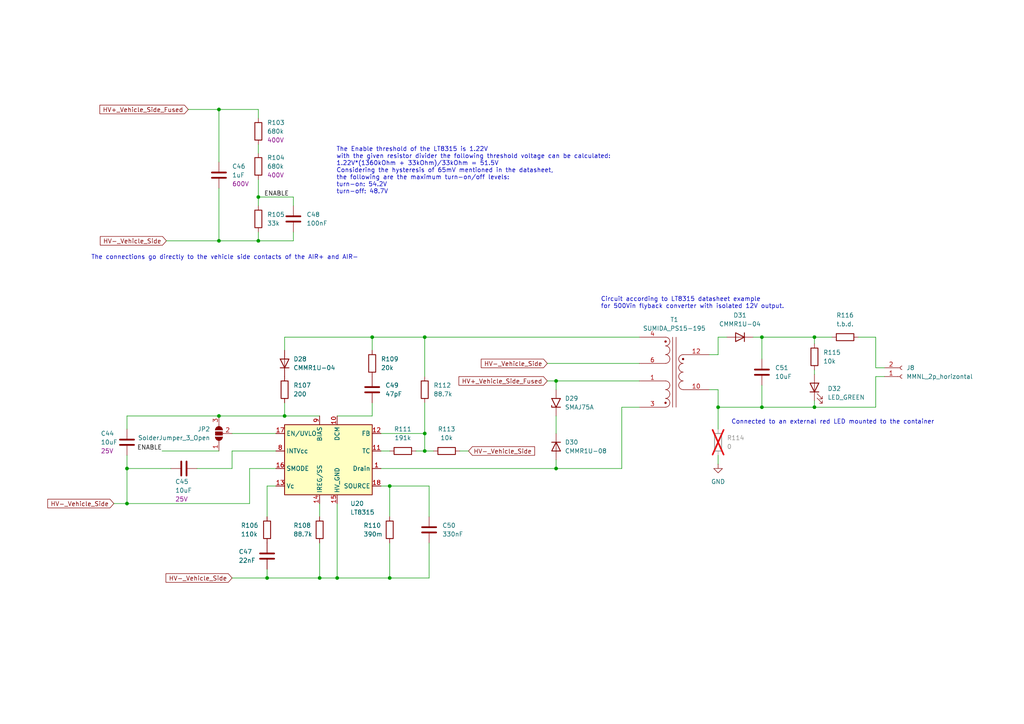
<source format=kicad_sch>
(kicad_sch (version 20231120) (generator "eeschema") (generator_version "8.0")
  (paper "A4")
  (lib_symbols
    (symbol "Device:C" (pin_numbers hide) (pin_names (offset 0.254))
      (property "Reference" "C" (at 0.635 2.54 0))
      (property "Value" "C" (at 0.635 -2.54 0))
      (symbol "C_0_1"
        (polyline (pts (xy -2.032 -0.762) (xy 2.032 -0.762)) (stroke (width 0.508)))
        (polyline (pts (xy -2.032 0.762) (xy 2.032 0.762)) (stroke (width 0.508)))
      )
      (symbol "C_1_1"
        (pin passive line (at 0 3.81 270) (length 2.794) (name "~") (number "1"))
        (pin passive line (at 0 -3.81 90) (length 2.794) (name "~") (number "2"))
      )
    )
    (symbol "Device:LED" (pin_numbers hide) (pin_names (offset 1.016) hide)
      (property "Reference" "D" (at 0 2.54 0))
      (property "Value" "LED" (at 0 -2.54 0))
      (symbol "LED_0_1"
        (polyline (pts (xy -1.27 -1.27) (xy -1.27 1.27)) (stroke (width 0.254)))
        (polyline (pts (xy -1.27 0) (xy 1.27 0)))
        (polyline (pts (xy 1.27 -1.27) (xy 1.27 1.27) (xy -1.27 0) (xy 1.27 -1.27)) (stroke (width 0.254)))
        (polyline (pts (xy -3.048 -0.762) (xy -4.572 -2.286) (xy -3.81 -2.286) (xy -4.572 -2.286) (xy -4.572 -1.524)))
        (polyline (pts (xy -1.778 -0.762) (xy -3.302 -2.286) (xy -2.54 -2.286) (xy -3.302 -2.286) (xy -3.302 -1.524)))
      )
      (symbol "LED_1_1"
        (pin passive line (at -3.81 0 0) (length 2.54) (name "K") (number "1"))
        (pin passive line (at 3.81 0 180) (length 2.54) (name "A") (number "2"))
      )
    )
    (symbol "Device:R" (pin_numbers hide) (pin_names (offset 0))
      (property "Reference" "R" (at 2.032 0 90))
      (property "Value" "R" (at 0 0 90))
      (symbol "R_0_1"
        (rectangle (start -1.016 -2.54) (end 1.016 2.54) (stroke (width 0.254)))
      )
      (symbol "R_1_1"
        (pin passive line (at 0 3.81 270) (length 1.27) (name "~") (number "1"))
        (pin passive line (at 0 -3.81 90) (length 1.27) (name "~") (number "2"))
      )
    )
    (symbol "FaSTTUBe_connectors:MMNL_2p_horizontal" (pin_names (offset 1.016) hide)
      (property "Reference" "J" (at 0 2.54 0))
      (property "Value" "MMNL_2p_horizontal" (at 0 -5.08 0))
      (symbol "MMNL_2p_horizontal_1_1"
        (arc (start 0 -2.032) (mid -0.5058 -2.54) (end 0 -3.048) (stroke (width 0.1524)))
        (polyline (pts (xy -1.27 -2.54) (xy -0.508 -2.54)) (stroke (width 0.1524)))
        (polyline (pts (xy -1.27 0) (xy -0.508 0)) (stroke (width 0.1524)))
        (arc (start 0 0.508) (mid -0.5058 0) (end 0 -0.508) (stroke (width 0.1524)))
        (pin passive line (at -5.08 0 0) (length 3.81) (name "Pin_1") (number "1"))
        (pin passive line (at -5.08 -2.54 0) (length 3.81) (name "Pin_2") (number "2"))
      )
    )
    (symbol "HV_Indicator:CMMR1U-04" (pin_numbers hide) (pin_names (offset 1.016) hide)
      (property "Reference" "D" (at 0 2.54 0))
      (property "Value" "CMMR1U-04" (at 0 -2.54 0))
      (symbol "CMMR1U-04_0_1"
        (polyline (pts (xy -1.27 1.27) (xy -1.27 -1.27)) (stroke (width 0.254)))
        (polyline (pts (xy 1.27 0) (xy -1.27 0)))
        (polyline (pts (xy 1.27 1.27) (xy 1.27 -1.27) (xy -1.27 0) (xy 1.27 1.27)) (stroke (width 0.254)))
      )
      (symbol "CMMR1U-04_1_1"
        (pin passive line (at -3.81 0 0) (length 2.54) (name "K") (number "1"))
        (pin passive line (at 3.81 0 180) (length 2.54) (name "A") (number "2"))
      )
    )
    (symbol "HV_Indicator:CMMR1U-08" (pin_numbers hide) (pin_names (offset 1.016) hide)
      (property "Reference" "D" (at 0 2.54 0))
      (property "Value" "CMMR1U-08" (at 0 -2.54 0))
      (symbol "CMMR1U-08_0_1"
        (polyline (pts (xy -1.27 1.27) (xy -1.27 -1.27)) (stroke (width 0.254)))
        (polyline (pts (xy 1.27 0) (xy -1.27 0)))
        (polyline (pts (xy 1.27 1.27) (xy 1.27 -1.27) (xy -1.27 0) (xy 1.27 1.27)) (stroke (width 0.254)))
      )
      (symbol "CMMR1U-08_1_1"
        (pin passive line (at -3.81 0 0) (length 2.54) (name "K") (number "1"))
        (pin passive line (at 3.81 0 180) (length 2.54) (name "A") (number "2"))
      )
    )
    (symbol "HV_Indicator:LT8315"
      (property "Reference" "U901" (at 6.35 -12.7 0))
      (property "Value" "LT8315" (at 6.35 -15.24 0))
      (symbol "LT8315_0_1"
        (rectangle (start -12.7 10.16) (end 12.7 -10.16) (stroke (width 0.254)) (fill (type background)))
      )
      (symbol "LT8315_1_1"
        (pin open_collector line (at 15.24 -2.54 180) (length 2.54) (name "Drain") (number "1"))
        (pin passive line (at 2.54 12.7 270) (length 2.54) (name "DCM") (number "10"))
        (pin input line (at 15.24 2.54 180) (length 2.54) (name "TC") (number "11"))
        (pin input line (at 15.24 7.62 180) (length 2.54) (name "FB") (number "12"))
        (pin input line (at -15.24 -7.62 0) (length 2.54) (name "Vc") (number "13"))
        (pin input line (at -2.54 -12.7 90) (length 2.54) (name "IREG/SS") (number "14"))
        (pin power_in line (at 2.54 -12.7 90) (length 2.54) (name "HV_GND") (number "15"))
        (pin input line (at -15.24 -2.54 0) (length 2.54) (name "SMODE") (number "16"))
        (pin input line (at -15.24 7.62 0) (length 2.54) (name "EN/UVLO") (number "17"))
        (pin passive line (at 15.24 -7.62 180) (length 2.54) (name "SOURCE") (number "18"))
        (pin no_connect line (at -7.62 -12.7 90) (length 2.54) hide (name "N.C.") (number "19"))
        (pin open_collector line (at 15.24 -2.54 180) (length 2.54) hide (name "Drain") (number "2"))
        (pin power_in line (at 2.54 -12.7 90) (length 2.54) hide (name "HV_GND") (number "20"))
        (pin power_in line (at 2.54 -12.7 90) (length 2.54) hide (name "HV_GND") (number "21"))
        (pin open_collector line (at 15.24 -2.54 180) (length 2.54) hide (name "Drain") (number "3"))
        (pin passive line (at -15.24 2.54 0) (length 2.54) (name "INTVcc") (number "8"))
        (pin passive line (at -2.54 12.7 270) (length 2.54) (name "BIAS") (number "9"))
      )
    )
    (symbol "HV_Indicator:SMAJ75A" (pin_numbers hide) (pin_names (offset 1.016) hide)
      (property "Reference" "D" (at 0 2.54 0))
      (property "Value" "SMAJ75A" (at 0 -2.54 0))
      (symbol "SMAJ75A_0_1"
        (polyline (pts (xy -0.762 1.27) (xy -1.27 1.27) (xy -1.27 -1.27)) (stroke (width 0.254)))
        (polyline (pts (xy 1.27 1.27) (xy 1.27 -1.27) (xy -1.27 0) (xy 1.27 1.27)) (stroke (width 0.254)))
      )
      (symbol "SMAJ75A_1_1"
        (pin passive line (at -3.81 0 0) (length 2.54) (name "A1") (number "1"))
        (pin passive line (at 3.81 0 180) (length 2.54) (name "A2") (number "2"))
      )
    )
    (symbol "HV_Indicator:SUMIDA_PS15-195" (pin_names (offset 1.016) hide)
      (property "Reference" "T" (at 0 12.7 0))
      (property "Value" "SUMIDA_PS15-195" (at 0 -12.7 0))
      (symbol "SUMIDA_PS15-195_0_1"
        (arc (start -2.54 -10.1346) (mid -1.6599 -9.7701) (end -1.2954 -8.89))
        (circle (center -2.54 -8.89) (radius 0.254) (fill (type outline)))
        (arc (start -2.54 -7.5946) (mid -1.6599 -7.2301) (end -1.2954 -6.35))
        (arc (start -2.54 -5.0546) (mid -1.6599 -4.6901) (end -1.2954 -3.81))
        (arc (start -2.54 2.5654) (mid -1.6599 2.9299) (end -1.2954 3.81))
        (arc (start -2.54 5.1054) (mid -1.6599 5.4699) (end -1.2954 6.35))
        (arc (start -2.54 7.6454) (mid -1.6599 8.0099) (end -1.2954 8.89))
        (circle (center -2.54 8.89) (radius 0.254) (fill (type outline)))
        (arc (start -1.2954 -8.89) (mid -1.6457 -7.9883) (end -2.54 -7.62))
        (arc (start -1.2954 -6.35) (mid -1.6457 -5.4483) (end -2.54 -5.08))
        (arc (start -1.2954 -3.81) (mid -1.6457 -2.9083) (end -2.54 -2.54))
        (arc (start -1.2954 3.81) (mid -1.6457 4.7117) (end -2.54 5.08))
        (arc (start -1.2954 6.35) (mid -1.6457 7.2517) (end -2.54 7.62))
        (arc (start -1.2954 8.89) (mid -1.6457 9.7917) (end -2.54 10.16))
        (polyline (pts (xy -0.508 10.16) (xy -0.508 -10.16)))
        (polyline (pts (xy 0.508 -10.16) (xy 0.508 10.16)))
        (arc (start 1.27 -3.81) (mid 1.656 -4.6864) (end 2.54 -5.0546))
        (arc (start 1.27 -1.27) (mid 1.656 -2.1464) (end 2.54 -2.5146))
        (arc (start 1.27 1.27) (mid 1.656 0.3936) (end 2.54 0.0254))
        (arc (start 1.27 3.81) (mid 1.656 2.9336) (end 2.54 2.5654))
        (arc (start 2.54 -2.54) (mid 1.642 -2.912) (end 1.27 -3.81))
        (arc (start 2.54 0) (mid 1.642 -0.372) (end 1.27 -1.27))
        (arc (start 2.54 2.54) (mid 1.642 2.168) (end 1.27 1.27))
        (circle (center 2.54 3.81) (radius 0.254) (fill (type outline)))
        (arc (start 2.54 5.08) (mid 1.642 4.708) (end 1.27 3.81))
      )
      (symbol "SUMIDA_PS15-195_1_1"
        (pin passive line (at -10.16 -2.54 0) (length 7.62) (name "SC") (number "1"))
        (pin passive line (at 10.16 -5.08 180) (length 7.62) (name "AB") (number "10"))
        (pin passive line (at 10.16 5.08 180) (length 7.62) (name "AA") (number "12"))
        (pin passive line (at -10.16 -10.16 0) (length 7.62) (name "SD") (number "3"))
        (pin passive line (at -10.16 10.16 0) (length 7.62) (name "~") (number "4"))
        (pin passive line (at -10.16 2.54 0) (length 7.62) (name "~") (number "6"))
      )
    )
    (symbol "Jumper:SolderJumper_3_Open" (pin_names (offset 0) hide)
      (property "Reference" "JP" (at -2.54 -2.54 0))
      (property "Value" "SolderJumper_3_Open" (at 0 2.794 0))
      (symbol "SolderJumper_3_Open_0_1"
        (arc (start -1.016 1.016) (mid -2.0276 0) (end -1.016 -1.016))
        (arc (start -1.016 1.016) (mid -2.0276 0) (end -1.016 -1.016) (fill (type outline)))
        (rectangle (start -0.508 1.016) (end 0.508 -1.016) (fill (type outline)))
        (polyline (pts (xy -2.54 0) (xy -2.032 0)))
        (polyline (pts (xy -1.016 1.016) (xy -1.016 -1.016)))
        (polyline (pts (xy 0 -1.27) (xy 0 -1.016)))
        (polyline (pts (xy 1.016 1.016) (xy 1.016 -1.016)))
        (polyline (pts (xy 2.54 0) (xy 2.032 0)))
        (arc (start 1.016 -1.016) (mid 2.0276 0) (end 1.016 1.016))
        (arc (start 1.016 -1.016) (mid 2.0276 0) (end 1.016 1.016) (fill (type outline)))
      )
      (symbol "SolderJumper_3_Open_1_1"
        (pin passive line (at -5.08 0 0) (length 2.54) (name "A") (number "1"))
        (pin passive line (at 0 -3.81 90) (length 2.54) (name "C") (number "2"))
        (pin passive line (at 5.08 0 180) (length 2.54) (name "B") (number "3"))
      )
    )
    (symbol "power:GND" (power) (pin_numbers hide) (pin_names (offset 0) hide)
      (property "Value" "GND" (at 0 -3.81 0))
      (symbol "GND_0_1"
        (polyline (pts (xy 0 0) (xy 0 -1.27) (xy 1.27 -1.27) (xy 0 -2.54) (xy -1.27 -1.27) (xy 0 -1.27)))
      )
      (symbol "GND_1_1"
        (pin power_in line (at 0 0 270) (length 0) (name "~") (number "1"))
      )
    )
  )
  (junction (at 161.29 135.89))
  (junction (at 74.93 57.15))
  (junction (at 220.98 118.11))
  (junction (at 113.03 140.97))
  (junction (at 82.55 120.65))
  (junction (at 36.83 146.05))
  (junction (at 97.79 167.64))
  (junction (at 63.5 120.65))
  (junction (at 36.83 135.89))
  (junction (at 123.19 130.81))
  (junction (at 92.71 167.64))
  (junction (at 236.22 97.79))
  (junction (at 220.98 97.79))
  (junction (at 113.03 167.64))
  (junction (at 63.5 31.75))
  (junction (at 123.19 97.79))
  (junction (at 161.29 110.49))
  (junction (at 236.22 118.11))
  (junction (at 77.47 167.64))
  (junction (at 74.93 69.85))
  (junction (at 63.5 69.85))
  (junction (at 107.95 97.79))
  (junction (at 208.28 118.11))
  (junction (at 123.19 125.73))
  (wire (pts (xy 123.19 125.73) (xy 110.49 125.73)))
  (wire (pts (xy 256.54 109.22) (xy 254 109.22)))
  (wire (pts (xy 74.93 69.85) (xy 63.5 69.85)))
  (wire (pts (xy 123.19 109.22) (xy 123.19 97.79)))
  (wire (pts (xy 254 97.79) (xy 248.92 97.79)))
  (wire (pts (xy 72.39 135.89) (xy 80.01 135.89)))
  (wire (pts (xy 82.55 97.79) (xy 107.95 97.79)))
  (wire (pts (xy 77.47 149.86) (xy 77.47 140.97)))
  (wire (pts (xy 63.5 54.61) (xy 63.5 69.85)))
  (wire (pts (xy 254 106.68) (xy 254 97.79)))
  (wire (pts (xy 254 109.22) (xy 254 118.11)))
  (wire (pts (xy 72.39 135.89) (xy 72.39 146.05)))
  (wire (pts (xy 77.47 167.64) (xy 77.47 165.1)))
  (wire (pts (xy 36.83 146.05) (xy 72.39 146.05)))
  (wire (pts (xy 123.19 130.81) (xy 123.19 125.73)))
  (wire (pts (xy 220.98 97.79) (xy 236.22 97.79)))
  (wire (pts (xy 63.5 120.65) (xy 82.55 120.65)))
  (wire (pts (xy 123.19 130.81) (xy 125.73 130.81)))
  (wire (pts (xy 180.34 118.11) (xy 180.34 135.89)))
  (wire (pts (xy 113.03 157.48) (xy 113.03 167.64)))
  (wire (pts (xy 92.71 167.64) (xy 97.79 167.64)))
  (wire (pts (xy 236.22 116.205) (xy 236.22 118.11)))
  (wire (pts (xy 205.74 102.87) (xy 208.28 102.87)))
  (wire (pts (xy 36.83 135.89) (xy 49.53 135.89)))
  (wire (pts (xy 158.75 105.41) (xy 185.42 105.41)))
  (wire (pts (xy 74.93 34.29) (xy 74.93 31.75)))
  (wire (pts (xy 161.29 133.35) (xy 161.29 135.89)))
  (wire (pts (xy 208.28 102.87) (xy 208.28 97.79)))
  (wire (pts (xy 161.29 110.49) (xy 161.29 113.03)))
  (wire (pts (xy 208.28 132.08) (xy 208.28 134.62)))
  (wire (pts (xy 124.46 167.64) (xy 113.03 167.64)))
  (wire (pts (xy 180.34 135.89) (xy 161.29 135.89)))
  (wire (pts (xy 236.22 97.79) (xy 236.22 99.695)))
  (wire (pts (xy 92.71 167.64) (xy 77.47 167.64)))
  (wire (pts (xy 123.19 97.79) (xy 107.95 97.79)))
  (wire (pts (xy 33.02 146.05) (xy 36.83 146.05)))
  (wire (pts (xy 46.99 130.81) (xy 63.5 130.81)))
  (wire (pts (xy 36.83 120.65) (xy 36.83 124.46)))
  (wire (pts (xy 110.49 130.81) (xy 113.03 130.81)))
  (wire (pts (xy 220.98 111.76) (xy 220.98 118.11)))
  (wire (pts (xy 82.55 97.79) (xy 82.55 101.6)))
  (wire (pts (xy 110.49 135.89) (xy 161.29 135.89)))
  (wire (pts (xy 74.93 57.15) (xy 74.93 59.69)))
  (wire (pts (xy 208.28 118.11) (xy 208.28 124.46)))
  (wire (pts (xy 236.22 107.315) (xy 236.22 108.585)))
  (wire (pts (xy 158.75 110.49) (xy 161.29 110.49)))
  (wire (pts (xy 208.28 113.03) (xy 208.28 118.11)))
  (wire (pts (xy 185.42 110.49) (xy 161.29 110.49)))
  (wire (pts (xy 36.83 120.65) (xy 63.5 120.65)))
  (wire (pts (xy 113.03 140.97) (xy 113.03 149.86)))
  (wire (pts (xy 85.09 67.31) (xy 85.09 69.85)))
  (wire (pts (xy 97.79 120.65) (xy 107.95 120.65)))
  (wire (pts (xy 63.5 31.75) (xy 63.5 46.99)))
  (wire (pts (xy 107.95 97.79) (xy 107.95 101.6)))
  (wire (pts (xy 97.79 167.64) (xy 113.03 167.64)))
  (wire (pts (xy 236.22 97.79) (xy 241.3 97.79)))
  (wire (pts (xy 74.93 67.31) (xy 74.93 69.85)))
  (wire (pts (xy 36.83 135.89) (xy 36.83 146.05)))
  (wire (pts (xy 74.93 52.07) (xy 74.93 57.15)))
  (wire (pts (xy 256.54 106.68) (xy 254 106.68)))
  (wire (pts (xy 67.31 130.81) (xy 80.01 130.81)))
  (wire (pts (xy 82.55 120.65) (xy 92.71 120.65)))
  (wire (pts (xy 123.19 97.79) (xy 185.42 97.79)))
  (wire (pts (xy 74.93 31.75) (xy 63.5 31.75)))
  (wire (pts (xy 97.79 146.05) (xy 97.79 167.64)))
  (wire (pts (xy 220.98 97.79) (xy 218.44 97.79)))
  (wire (pts (xy 74.93 41.91) (xy 74.93 44.45)))
  (wire (pts (xy 208.28 97.79) (xy 210.82 97.79)))
  (wire (pts (xy 220.98 97.79) (xy 220.98 104.14)))
  (wire (pts (xy 67.31 125.73) (xy 80.01 125.73)))
  (wire (pts (xy 57.15 135.89) (xy 67.31 135.89)))
  (wire (pts (xy 120.65 130.81) (xy 123.19 130.81)))
  (wire (pts (xy 74.93 57.15) (xy 85.09 57.15)))
  (wire (pts (xy 67.31 167.64) (xy 77.47 167.64)))
  (wire (pts (xy 54.61 31.75) (xy 63.5 31.75)))
  (wire (pts (xy 124.46 157.48) (xy 124.46 167.64)))
  (wire (pts (xy 110.49 140.97) (xy 113.03 140.97)))
  (wire (pts (xy 236.22 118.11) (xy 220.98 118.11)))
  (wire (pts (xy 133.35 130.81) (xy 135.89 130.81)))
  (wire (pts (xy 48.26 69.85) (xy 63.5 69.85)))
  (wire (pts (xy 82.55 116.84) (xy 82.55 120.65)))
  (wire (pts (xy 107.95 116.84) (xy 107.95 120.65)))
  (wire (pts (xy 124.46 149.86) (xy 124.46 140.97)))
  (wire (pts (xy 208.28 113.03) (xy 205.74 113.03)))
  (wire (pts (xy 85.09 59.69) (xy 85.09 57.15)))
  (wire (pts (xy 92.71 146.05) (xy 92.71 149.86)))
  (wire (pts (xy 77.47 140.97) (xy 80.01 140.97)))
  (wire (pts (xy 254 118.11) (xy 236.22 118.11)))
  (wire (pts (xy 92.71 157.48) (xy 92.71 167.64)))
  (wire (pts (xy 123.19 116.84) (xy 123.19 125.73)))
  (wire (pts (xy 67.31 135.89) (xy 67.31 130.81)))
  (wire (pts (xy 161.29 120.65) (xy 161.29 125.73)))
  (wire (pts (xy 124.46 140.97) (xy 113.03 140.97)))
  (wire (pts (xy 185.42 118.11) (xy 180.34 118.11)))
  (wire (pts (xy 36.83 132.08) (xy 36.83 135.89)))
  (wire (pts (xy 85.09 69.85) (xy 74.93 69.85)))
  (wire (pts (xy 208.28 118.11) (xy 220.98 118.11)))
  (text "Connected to an external red LED mounted to the container\n" (at 212.09 123.19 0) (effects (font (size 1.27 1.27)) (justify left bottom)))
  (text "The Enable threshold of the LT8315 is 1.22V\nwith the given resistor divider the following threshold voltage can be calculated:\n1.22V*(1360kOhm + 33kOhm)/33kOhm = 51.5V\nConsidering the hysteresis of 65mV mentioned in the datasheet,\nthe following are the maximum turn-on/off levels:\nturn-on: 54.2V\nturn-off: 48.7V\n" (at 97.536 56.388 0) (effects (font (size 1.27 1.27)) (justify left bottom)))
  (text "Circuit according to LT8315 datasheet example\nfor 500Vin flyback converter with isolated 12V output." (at 174.244 89.662 0) (effects (font (size 1.27 1.27)) (justify left bottom)))
  (text "The connections go directly to the vehicle side contacts of the AIR+ and AIR-" (at 26.416 75.438 0) (effects (font (size 1.27 1.27)) (justify left bottom)))
  (label "ENABLE" (at 46.99 130.81 180))
  (label "ENABLE" (at 83.82 57.15 180))
  (global_label "HV-_Vehicle_Side" (shape input) (at 48.26 69.85 180) (property "Intersheetrefs" "${INTERSHEET_REFS}" (effects (hide yes))))
  (global_label "HV-_Vehicle_Side" (shape input) (at 67.31 167.64 180) (property "Intersheetrefs" "${INTERSHEET_REFS}" (effects (hide yes))))
  (global_label "HV+_Vehicle_Side_Fused" (shape input) (at 54.61 31.75 180) (property "Intersheetrefs" "${INTERSHEET_REFS}" (effects (hide yes))))
  (global_label "HV-_Vehicle_Side" (shape input) (at 33.02 146.05 180) (property "Intersheetrefs" "${INTERSHEET_REFS}" (effects (hide yes))))
  (global_label "HV-_Vehicle_Side" (shape input) (at 135.89 130.81 0) (property "Intersheetrefs" "${INTERSHEET_REFS}" (effects (hide yes))))
  (global_label "HV+_Vehicle_Side_Fused" (shape input) (at 158.75 110.49 180) (property "Intersheetrefs" "${INTERSHEET_REFS}" (effects (hide yes))))
  (global_label "HV-_Vehicle_Side" (shape input) (at 158.75 105.41 180) (property "Intersheetrefs" "${INTERSHEET_REFS}" (effects (hide yes))))
  (symbol (lib_id "HV_Indicator:CMMR1U-04") (at 214.63 97.79 180) (unit 1)
    (property "Reference" "D31" (at 214.63 91.44 0))
    (property "Value" "CMMR1U-04" (at 214.63 93.98 0))
    (property "Footprint" "Diode_SMD:D_SOD-123F" (effects (hide yes)))
    (property "Datasheet" "https://www.mouser.de/datasheet/2/68/CSEMS02975_1-2539073.pdf" (effects (hide yes)))
    (property "Description" "Diode, Vr=400V, I=1.0A" (effects (hide yes)))
  )
  (symbol (lib_id "HV_Indicator:CMMR1U-08") (at 161.29 129.54 270) (unit 1)
    (property "Reference" "D30" (at 163.83 128.27 90) (effects (justify left)))
    (property "Value" "CMMR1U-08" (at 163.83 130.81 90) (effects (justify left)))
    (property "Footprint" "Diode_SMD:D_SOD-123F" (effects (hide yes)))
    (property "Datasheet" "https://www.mouser.de/datasheet/2/68/CSEMS02975_1-2539073.pdf" (effects (hide yes)))
    (property "Description" "Diode, Vr=800V, I=1.0A" (effects (hide yes)))
  )
  (symbol (lib_id "Device:R") (at 208.28 128.27 0) (unit 1) (dnp yes)
    (property "Reference" "R114" (at 210.82 126.9999 0) (effects (justify left)))
    (property "Value" "0" (at 210.82 129.5399 0) (effects (justify left)))
    (property "Footprint" "Resistor_SMD:R_2512_6332Metric" (effects (hide yes)))
    (property "Description" "Resistor" (effects (hide yes)))
  )
  (symbol (lib_id "Device:R") (at 82.55 113.03 0) (unit 1)
    (property "Reference" "R107" (at 85.09 111.76 0) (effects (justify left)))
    (property "Value" "200" (at 85.09 114.3 0) (effects (justify left)))
    (property "Footprint" "Resistor_SMD:R_0603_1608Metric" (effects (hide yes)))
    (property "Description" "Resistor" (effects (hide yes)))
  )
  (symbol (lib_id "HV_Indicator:CMMR1U-04") (at 82.55 105.41 90) (unit 1)
    (property "Reference" "D28" (at 85.09 104.14 90) (effects (justify right)))
    (property "Value" "CMMR1U-04" (at 85.09 106.68 90) (effects (justify right)))
    (property "Footprint" "Diode_SMD:D_SOD-123F" (effects (hide yes)))
    (property "Datasheet" "https://www.mouser.de/datasheet/2/68/CSEMS02975_1-2539073.pdf" (effects (hide yes)))
    (property "Description" "Diode, Vr=400V, I=1.0A" (effects (hide yes)))
  )
  (symbol (lib_id "Device:C") (at 124.46 153.67 0) (unit 1)
    (property "Reference" "C50" (at 128.27 152.4 0) (effects (justify left)))
    (property "Value" "330nF" (at 128.27 154.94 0) (effects (justify left)))
    (property "Footprint" "Capacitor_SMD:C_0603_1608Metric" (effects (hide yes)))
    (property "Description" "Unpolarized capacitor" (effects (hide yes)))
  )
  (symbol (lib_id "Jumper:SolderJumper_3_Open") (at 63.5 125.73 90) (unit 1)
    (property "Reference" "JP2" (at 60.96 124.46 90) (effects (justify left)))
    (property "Value" "SolderJumper_3_Open" (at 60.96 127 90) (effects (justify left)))
    (property "Footprint" "Jumper:SolderJumper-3_P1.3mm_Open_RoundedPad1.0x1.5mm" (effects (hide yes)))
    (property "Description" "Solder Jumper, 3-pole, open" (effects (hide yes)))
  )
  (symbol (lib_id "HV_Indicator:SUMIDA_PS15-195") (at 195.58 107.95 0) (unit 1)
    (property "Reference" "T1" (at 195.58 92.71 0))
    (property "Value" "SUMIDA_PS15-195" (at 195.58 95.25 0))
    (property "Footprint" "HV_Indicator:sumida" (effects (hide yes)))
    (property "Description" "Transformer, dual primary, single secondary" (effects (hide yes)))
  )
  (symbol (lib_id "Device:R") (at 245.11 97.79 90) (unit 1)
    (property "Reference" "R116" (at 245.11 91.44 90))
    (property "Value" "t.b.d." (at 245.11 93.98 90))
    (property "Footprint" "Resistor_SMD:R_0603_1608Metric" (effects (hide yes)))
    (property "Description" "Resistor" (effects (hide yes)))
  )
  (symbol (lib_id "Device:R") (at 236.22 103.505 0) (unit 1)
    (property "Reference" "R115" (at 238.76 102.235 0) (effects (justify left)))
    (property "Value" "10k" (at 238.76 104.775 0) (effects (justify left)))
    (property "Footprint" "Resistor_SMD:R_0603_1608Metric" (effects (hide yes)))
    (property "Description" "Resistor" (effects (hide yes)))
  )
  (symbol (lib_id "Device:R") (at 74.93 63.5 0) (unit 1)
    (property "Reference" "R105" (at 77.47 62.23 0) (effects (justify left)))
    (property "Value" "33k" (at 77.47 64.77 0) (effects (justify left)))
    (property "Footprint" "Resistor_SMD:R_0603_1608Metric" (effects (hide yes)))
    (property "Description" "Resistor" (effects (hide yes)))
  )
  (symbol (lib_id "Device:R") (at 129.54 130.81 90) (unit 1)
    (property "Reference" "R113" (at 129.54 124.46 90))
    (property "Value" "10k" (at 129.54 127 90))
    (property "Footprint" "Resistor_SMD:R_0603_1608Metric" (effects (hide yes)))
    (property "Description" "Resistor" (effects (hide yes)))
  )
  (symbol (lib_id "Device:C") (at 220.98 107.95 0) (unit 1)
    (property "Reference" "C51" (at 224.79 106.68 0) (effects (justify left)))
    (property "Value" "10uF" (at 224.79 109.22 0) (effects (justify left)))
    (property "Footprint" "Capacitor_SMD:C_1206_3216Metric" (effects (hide yes)))
    (property "Description" "Unpolarized capacitor" (effects (hide yes)))
  )
  (symbol (lib_id "Device:R") (at 74.93 38.1 0) (unit 1)
    (property "Reference" "R103" (at 77.47 35.56 0) (effects (justify left)))
    (property "Value" "680k" (at 77.47 38.1 0) (effects (justify left)))
    (property "Footprint" "Resistor_SMD:R_2010_5025Metric" (effects (hide yes)))
    (property "Description" "Resistor" (effects (hide yes)))
    (property "Voltage" "400V" (at 77.47 40.64 0) (effects (justify left)))
  )
  (symbol (lib_id "Device:C") (at 107.95 113.03 0) (unit 1)
    (property "Reference" "C49" (at 111.76 111.76 0) (effects (justify left)))
    (property "Value" "47pF" (at 111.76 114.3 0) (effects (justify left)))
    (property "Footprint" "Capacitor_SMD:C_0603_1608Metric" (effects (hide yes)))
    (property "Description" "Unpolarized capacitor" (effects (hide yes)))
  )
  (symbol (lib_id "Device:C") (at 53.34 135.89 90) (unit 1)
    (property "Reference" "C45" (at 50.8 139.7 90) (effects (justify right)))
    (property "Value" "10uF" (at 50.8 142.24 90) (effects (justify right)))
    (property "Footprint" "Capacitor_SMD:C_1206_3216Metric" (effects (hide yes)))
    (property "Description" "Unpolarized capacitor" (effects (hide yes)))
    (property "Voltage" "25V" (at 50.8 144.78 90) (effects (justify right)))
  )
  (symbol (lib_id "Device:R") (at 116.84 130.81 90) (unit 1)
    (property "Reference" "R111" (at 116.84 124.46 90))
    (property "Value" "191k" (at 116.84 127 90))
    (property "Footprint" "Resistor_SMD:R_0603_1608Metric" (effects (hide yes)))
    (property "Description" "Resistor" (effects (hide yes)))
  )
  (symbol (lib_id "power:GND") (at 208.28 134.62 0) (unit 1)
    (property "Reference" "#PWR0106" (effects (hide yes)))
    (property "Value" "GND" (at 208.28 139.7 0))
    (property "Description" "Power symbol creates a global label with name \"GND\" , ground" (effects (hide yes)))
  )
  (symbol (lib_id "Device:C") (at 77.47 161.29 0) (unit 1)
    (property "Reference" "C47" (at 69.215 160.02 0) (effects (justify left)))
    (property "Value" "22nF" (at 69.215 162.56 0) (effects (justify left)))
    (property "Footprint" "Capacitor_SMD:C_0603_1608Metric" (effects (hide yes)))
    (property "Description" "Unpolarized capacitor" (effects (hide yes)))
  )
  (symbol (lib_id "Device:C") (at 63.5 50.8 0) (unit 1)
    (property "Reference" "C46" (at 67.31 48.26 0) (effects (justify left)))
    (property "Value" "1uF" (at 67.31 50.8 0) (effects (justify left)))
    (property "Footprint" "Capacitor_SMD:C_1812_4532Metric" (effects (hide yes)))
    (property "Description" "Unpolarized capacitor" (effects (hide yes)))
    (property "Voltage" "600V" (at 67.31 53.34 0) (effects (justify left)))
  )
  (symbol (lib_id "Device:C") (at 36.83 128.27 180) (unit 1)
    (property "Reference" "C44" (at 29.21 125.73 0) (effects (justify right)))
    (property "Value" "10uF" (at 29.21 128.27 0) (effects (justify right)))
    (property "Footprint" "Capacitor_SMD:C_1206_3216Metric" (effects (hide yes)))
    (property "Description" "Unpolarized capacitor" (effects (hide yes)))
    (property "Voltage" "25V" (at 29.21 130.81 0) (effects (justify right)))
  )
  (symbol (lib_id "Device:C") (at 85.09 63.5 0) (unit 1)
    (property "Reference" "C48" (at 88.9 62.23 0) (effects (justify left)))
    (property "Value" "100nF" (at 88.9 64.77 0) (effects (justify left)))
    (property "Footprint" "Capacitor_SMD:C_0603_1608Metric" (effects (hide yes)))
    (property "Description" "Unpolarized capacitor" (effects (hide yes)))
  )
  (symbol (lib_id "HV_Indicator:LT8315") (at 95.25 133.35 0) (unit 1)
    (property "Reference" "U20" (at 101.6 146.05 0) (effects (justify left)))
    (property "Value" "LT8315" (at 101.6 148.59 0) (effects (justify left)))
    (property "Footprint" "HV_Indicator:LT8315" (effects (hide yes)))
    (property "Datasheet" "https://www.analog.com/media/en/technical-documentation/data-sheets/8315fa.pdf" (effects (hide yes)))
  )
  (symbol (lib_id "Device:LED") (at 236.22 112.395 90) (unit 1)
    (property "Reference" "D32" (at 240.03 112.7125 90) (effects (justify right)))
    (property "Value" "LED_GREEN" (at 240.03 115.2525 90) (effects (justify right)))
    (property "Footprint" "LED_SMD:LED_0603_1608Metric" (effects (hide yes)))
    (property "Description" "Light emitting diode" (effects (hide yes)))
  )
  (symbol (lib_id "Device:R") (at 74.93 48.26 0) (unit 1)
    (property "Reference" "R104" (at 77.47 45.72 0) (effects (justify left)))
    (property "Value" "680k" (at 77.47 48.26 0) (effects (justify left)))
    (property "Footprint" "Resistor_SMD:R_2010_5025Metric" (effects (hide yes)))
    (property "Description" "Resistor" (effects (hide yes)))
    (property "Voltage" "400V" (at 77.47 50.8 0) (effects (justify left)))
  )
  (symbol (lib_id "Device:R") (at 107.95 105.41 180) (unit 1)
    (property "Reference" "R109" (at 110.49 104.14 0) (effects (justify right)))
    (property "Value" "20k" (at 110.49 106.68 0) (effects (justify right)))
    (property "Footprint" "Resistor_SMD:R_0603_1608Metric" (effects (hide yes)))
    (property "Description" "Resistor" (effects (hide yes)))
  )
  (symbol (lib_id "Device:R") (at 92.71 153.67 0) (unit 1)
    (property "Reference" "R108" (at 85.09 152.4 0) (effects (justify left)))
    (property "Value" "88.7k" (at 85.09 154.94 0) (effects (justify left)))
    (property "Footprint" "Resistor_SMD:R_0603_1608Metric" (effects (hide yes)))
    (property "Description" "Resistor" (effects (hide yes)))
  )
  (symbol (lib_id "FaSTTUBe_connectors:MMNL_2p_horizontal") (at 261.62 109.22 0) (mirror x) (unit 1)
    (property "Reference" "J8" (at 262.89 106.68 0) (effects (justify left)))
    (property "Value" "MMNL_2p_horizontal" (at 262.89 109.22 0) (effects (justify left)))
    (property "Footprint" "FaSTTUBe_connectors:Micro_Mate-N-Lok_2p_vertical" (effects (hide yes)))
    (property "Silkscreen" "HV_IND" (effects (hide yes)))
  )
  (symbol (lib_id "Device:R") (at 123.19 113.03 180) (unit 1)
    (property "Reference" "R112" (at 125.73 111.76 0) (effects (justify right)))
    (property "Value" "88.7k" (at 125.73 114.3 0) (effects (justify right)))
    (property "Footprint" "Resistor_SMD:R_0603_1608Metric" (effects (hide yes)))
    (property "Description" "Resistor" (effects (hide yes)))
  )
  (symbol (lib_id "HV_Indicator:SMAJ75A") (at 161.29 116.84 90) (unit 1)
    (property "Reference" "D29" (at 163.83 115.57 90) (effects (justify right)))
    (property "Value" "SMAJ75A" (at 163.83 118.11 90) (effects (justify right)))
    (property "Footprint" "Diode_SMD:D_SMA" (effects (hide yes)))
    (property "Datasheet" "https://www.littelfuse.com/media?resourcetype=datasheets&itemid=75e32973-b177-4ee3-a0ff-cedaf1abdb93&filename=smaj-datasheet" (effects (hide yes)))
    (property "Description" "400W unidirectional Transil Transient Voltage Suppressor, 75.0Vrwm, DO-214AC" (effects (hide yes)))
  )
  (symbol (lib_id "Device:R") (at 77.47 153.67 0) (unit 1)
    (property "Reference" "R106" (at 69.85 152.4 0) (effects (justify left)))
    (property "Value" "110k" (at 69.85 154.94 0) (effects (justify left)))
    (property "Footprint" "Resistor_SMD:R_0603_1608Metric" (effects (hide yes)))
    (property "Description" "Resistor" (effects (hide yes)))
  )
  (symbol (lib_id "Device:R") (at 113.03 153.67 0) (unit 1)
    (property "Reference" "R110" (at 105.41 152.4 0) (effects (justify left)))
    (property "Value" "390m" (at 105.41 154.94 0) (effects (justify left)))
    (property "Footprint" "Resistor_SMD:R_0805_2012Metric" (effects (hide yes)))
    (property "Description" "Resistor" (effects (hide yes)))
  )
)
</source>
